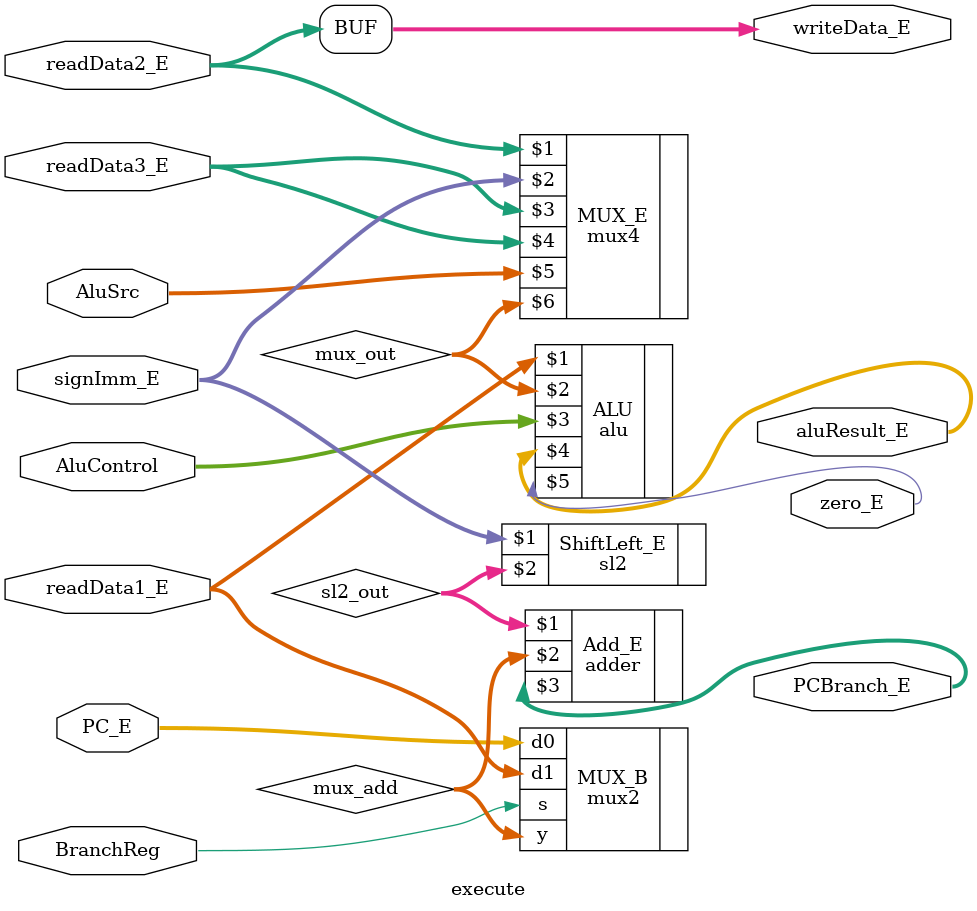
<source format=sv>
module execute #(parameter N=64)
				(input logic BranchReg,
				 input logic [1:0] AluSrc,
				 input logic [3:0] AluControl,
				 input logic [N-1:0] PC_E, signImm_E, readData1_E, readData2_E, readData3_E,
				 output logic [N-1:0] PCBranch_E, aluResult_E, writeData_E,
				 output logic zero_E);

	logic [N-1:0] mux_out, sl2_out, mux_add;

	mux4  #(N) MUX_E(readData2_E, signImm_E, readData3_E, readData3_E, AluSrc, mux_out);

	alu        ALU(readData1_E, mux_out, AluControl, aluResult_E, zero_E);

	sl2   #(N) ShiftLeft_E(signImm_E, sl2_out);

	mux2  #(N) MUX_B(	.d0(PC_E),
							.d1(readData1_E),
							.s(BranchReg),
							.y(mux_add));
							
	adder #(N) Add_E(sl2_out, mux_add, PCBranch_E);

	assign writeData_E = readData2_E;
endmodule

</source>
